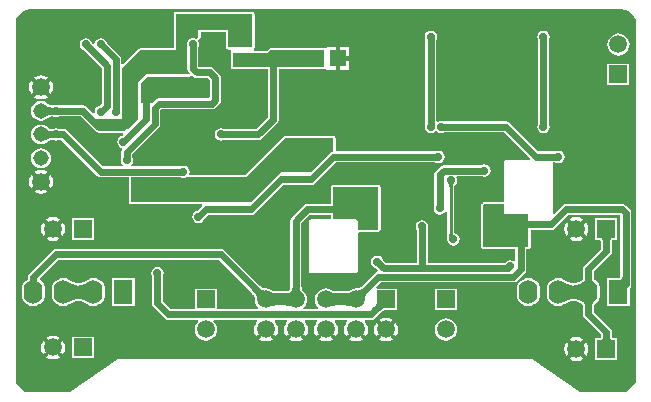
<source format=gbl>
G04*
G04 #@! TF.GenerationSoftware,Altium Limited,Altium Designer,24.2.2 (26)*
G04*
G04 Layer_Physical_Order=2*
G04 Layer_Color=14186556*
%FSLAX25Y25*%
%MOIN*%
G70*
G04*
G04 #@! TF.SameCoordinates,5F421DDB-3BC7-4088-8A48-602F4A50BB0D*
G04*
G04*
G04 #@! TF.FilePolarity,Positive*
G04*
G01*
G75*
%ADD14C,0.01000*%
%ADD71C,0.02200*%
%ADD74C,0.04000*%
%ADD75C,0.05906*%
%ADD76R,0.05906X0.05906*%
%ADD77R,0.06299X0.07874*%
%ADD78O,0.06299X0.07874*%
%ADD79R,0.05906X0.05906*%
%ADD80C,0.05150*%
%ADD81C,0.05937*%
%ADD82R,0.05386X0.05386*%
%ADD83C,0.05386*%
%ADD84C,0.01968*%
%ADD85C,0.02756*%
G36*
X204793Y129050D02*
X205949Y128571D01*
X206943Y127809D01*
X207705Y126816D01*
X208184Y125659D01*
X208342Y124460D01*
X208334Y124417D01*
X208334Y4802D01*
X205053Y1522D01*
X189664D01*
X173829Y12610D01*
X173717Y12659D01*
X173615Y12727D01*
X173518Y12746D01*
X173428Y12786D01*
X173306Y12788D01*
X173186Y12812D01*
X36168D01*
X36048Y12788D01*
X35925Y12786D01*
X35835Y12746D01*
X35739Y12727D01*
X35637Y12659D01*
X35524Y12610D01*
X19689Y1522D01*
X4802D01*
X1522Y4802D01*
X1522Y124409D01*
X1523Y124417D01*
X1523D01*
X1574Y124896D01*
X1674Y125659D01*
X2153Y126816D01*
X2915Y127809D01*
X3909Y128571D01*
X5066Y129050D01*
X6264Y129208D01*
X6307Y129200D01*
X203551D01*
X203594Y129208D01*
X204793Y129050D01*
D02*
G37*
%LPC*%
G36*
X202500Y121184D02*
X201546Y121059D01*
X200658Y120691D01*
X199895Y120105D01*
X199309Y119342D01*
X198941Y118454D01*
X198816Y117500D01*
X198941Y116546D01*
X199309Y115658D01*
X199895Y114895D01*
X200658Y114309D01*
X201546Y113941D01*
X202500Y113816D01*
X203454Y113941D01*
X204342Y114309D01*
X205105Y114895D01*
X205691Y115658D01*
X206059Y116546D01*
X206184Y117500D01*
X206059Y118454D01*
X205691Y119342D01*
X205105Y120105D01*
X204342Y120691D01*
X203454Y121059D01*
X202500Y121184D01*
D02*
G37*
G36*
X80500Y128422D02*
X55000D01*
X54727Y128367D01*
X54495Y128212D01*
X54341Y127981D01*
X54286Y127708D01*
Y122292D01*
Y116214D01*
X43000D01*
X42727Y116159D01*
X42495Y116005D01*
X37297Y110807D01*
X36835Y110998D01*
Y112500D01*
X36696Y113202D01*
X36298Y113798D01*
X32000Y118095D01*
X31957Y118311D01*
X31498Y118998D01*
X30811Y119457D01*
X30000Y119619D01*
X29189Y119457D01*
X28502Y118998D01*
X28043Y118311D01*
X27951Y117851D01*
X27409Y117687D01*
X27000Y118095D01*
X26957Y118311D01*
X26498Y118998D01*
X25811Y119457D01*
X25000Y119619D01*
X24189Y119457D01*
X23502Y118998D01*
X23043Y118311D01*
X22881Y117500D01*
X23043Y116689D01*
X23502Y116002D01*
X24189Y115543D01*
X24405Y115500D01*
X30265Y109640D01*
Y97860D01*
X29405Y97000D01*
X29189Y96957D01*
X28502Y96498D01*
X28043Y95811D01*
X27881Y95000D01*
X27943Y94691D01*
X27482Y94445D01*
X25255Y96672D01*
X24660Y97070D01*
X23957Y97209D01*
X15994D01*
X15811Y97331D01*
X15000Y97493D01*
X14189Y97331D01*
X14006Y97209D01*
X13468D01*
X13443Y97211D01*
X13254Y97240D01*
X13081Y97278D01*
X12925Y97325D01*
X12785Y97380D01*
X12658Y97443D01*
X12544Y97513D01*
X12442Y97591D01*
X12390Y97639D01*
X12336Y97710D01*
X11652Y98235D01*
X10855Y98564D01*
X10000Y98677D01*
X9145Y98564D01*
X8348Y98235D01*
X7664Y97710D01*
X7140Y97026D01*
X6809Y96229D01*
X6697Y95374D01*
X6809Y94519D01*
X7140Y93722D01*
X7664Y93038D01*
X8348Y92514D01*
X9145Y92184D01*
X10000Y92071D01*
X10855Y92184D01*
X11652Y92514D01*
X12336Y93038D01*
X12390Y93109D01*
X12442Y93158D01*
X12545Y93235D01*
X12658Y93305D01*
X12784Y93368D01*
X12925Y93423D01*
X13081Y93470D01*
X13254Y93508D01*
X13443Y93537D01*
X13468Y93539D01*
X14006D01*
X14189Y93417D01*
X15000Y93255D01*
X15811Y93417D01*
X15994Y93539D01*
X23197D01*
X26212Y90524D01*
X26212Y90524D01*
X28047Y88689D01*
X28642Y88291D01*
X29345Y88152D01*
X35293D01*
X35476Y88029D01*
X36286Y87868D01*
X37097Y88029D01*
X37194Y87996D01*
X37326Y87422D01*
X36905Y87000D01*
X36689Y86957D01*
X36002Y86498D01*
X35543Y85811D01*
X35381Y85000D01*
X35543Y84189D01*
X36002Y83502D01*
X36689Y83043D01*
X36889Y83003D01*
X37080Y82541D01*
X36965Y82368D01*
X36825Y81666D01*
Y79923D01*
X36703Y79740D01*
X36542Y78930D01*
X36703Y78119D01*
X37162Y77431D01*
X37306Y77335D01*
X37154Y76835D01*
X30760D01*
X18798Y88798D01*
X18202Y89196D01*
X17500Y89335D01*
X15994D01*
X15811Y89457D01*
X15000Y89619D01*
X14189Y89457D01*
X14006Y89335D01*
X13468D01*
X13443Y89337D01*
X13254Y89366D01*
X13081Y89404D01*
X12925Y89451D01*
X12785Y89506D01*
X12658Y89569D01*
X12544Y89639D01*
X12442Y89716D01*
X12390Y89765D01*
X12336Y89836D01*
X11652Y90360D01*
X10855Y90690D01*
X10000Y90803D01*
X9145Y90690D01*
X8348Y90360D01*
X7664Y89836D01*
X7140Y89152D01*
X6809Y88355D01*
X6697Y87500D01*
X6809Y86645D01*
X7140Y85848D01*
X7664Y85164D01*
X8348Y84640D01*
X9145Y84310D01*
X10000Y84197D01*
X10855Y84310D01*
X11652Y84640D01*
X12336Y85164D01*
X12390Y85235D01*
X12442Y85284D01*
X12545Y85361D01*
X12658Y85431D01*
X12784Y85494D01*
X12925Y85549D01*
X13081Y85596D01*
X13254Y85634D01*
X13443Y85663D01*
X13468Y85665D01*
X14006D01*
X14189Y85543D01*
X15000Y85381D01*
X15811Y85543D01*
X15994Y85665D01*
X16740D01*
X28702Y73702D01*
X29298Y73304D01*
X30000Y73165D01*
X39286D01*
Y65000D01*
X39341Y64727D01*
X39495Y64495D01*
X39727Y64341D01*
X40000Y64286D01*
X63534D01*
X63689Y63835D01*
X63691Y63786D01*
X61905Y62000D01*
X61689Y61957D01*
X61002Y61498D01*
X60543Y60811D01*
X60381Y60000D01*
X60543Y59189D01*
X61002Y58502D01*
X61689Y58043D01*
X62500Y57881D01*
X63311Y58043D01*
X63998Y58502D01*
X64457Y59189D01*
X64500Y59405D01*
X65760Y60665D01*
X80000D01*
X80702Y60804D01*
X81298Y61202D01*
X90760Y70665D01*
X100000D01*
X100702Y70804D01*
X101298Y71202D01*
X108260Y78165D01*
X141506D01*
X141689Y78043D01*
X142500Y77881D01*
X143311Y78043D01*
X143998Y78502D01*
X144457Y79189D01*
X144619Y80000D01*
X144457Y80811D01*
X143998Y81498D01*
X143311Y81957D01*
X142500Y82119D01*
X141689Y81957D01*
X141506Y81835D01*
X108214D01*
Y86427D01*
X108159Y86700D01*
X108005Y86932D01*
X107773Y87087D01*
X107500Y87141D01*
X91427D01*
X91154Y87087D01*
X90923Y86932D01*
X77918Y73927D01*
X59838D01*
X59505Y74427D01*
X59619Y75000D01*
X59457Y75811D01*
X58998Y76498D01*
X58311Y76957D01*
X57500Y77119D01*
X56689Y76957D01*
X56506Y76835D01*
X40166D01*
X40014Y77335D01*
X40158Y77431D01*
X40618Y78119D01*
X40779Y78930D01*
X40618Y79740D01*
X40495Y79923D01*
Y80906D01*
X49198Y89608D01*
X49595Y90203D01*
X49735Y90906D01*
Y95623D01*
X49949Y95837D01*
X66889D01*
X67592Y95977D01*
X68187Y96374D01*
X69476Y97663D01*
X69873Y98259D01*
X70013Y98961D01*
Y106316D01*
X69873Y107019D01*
X69476Y107614D01*
X67614Y109476D01*
X67019Y109873D01*
X66316Y110013D01*
X62727D01*
X62513Y110227D01*
Y116506D01*
X62635Y116689D01*
X62797Y117500D01*
X62635Y118311D01*
X62309Y118799D01*
X63005Y119495D01*
X63159Y119727D01*
X63214Y120000D01*
Y121578D01*
X71786D01*
Y116500D01*
X71841Y116227D01*
X71995Y115995D01*
X72227Y115841D01*
X72500Y115786D01*
X73447D01*
X73599Y115286D01*
X73495Y115217D01*
X73341Y114985D01*
X73286Y114712D01*
Y110000D01*
X73341Y109727D01*
X73495Y109495D01*
X73727Y109341D01*
X74000Y109286D01*
X85558D01*
Y93154D01*
X81740Y89335D01*
X70994D01*
X70811Y89457D01*
X70000Y89619D01*
X69189Y89457D01*
X68502Y88998D01*
X68043Y88311D01*
X67881Y87500D01*
X68043Y86689D01*
X68502Y86002D01*
X69189Y85543D01*
X70000Y85381D01*
X70811Y85543D01*
X70994Y85665D01*
X82500D01*
X83202Y85804D01*
X83798Y86202D01*
X88691Y91096D01*
X89089Y91691D01*
X89229Y92394D01*
Y109286D01*
X104500D01*
X104744Y109335D01*
X104786Y109335D01*
X105244Y109142D01*
X105324Y109142D01*
X108187D01*
Y110262D01*
X109687D01*
Y109142D01*
X112630D01*
Y112085D01*
X111510D01*
Y113585D01*
X112630D01*
Y116528D01*
X109687D01*
Y115408D01*
X108187D01*
Y116528D01*
X105244D01*
Y116446D01*
X104782Y116165D01*
X104744Y116165D01*
X104500Y116214D01*
X101391D01*
X101063Y116257D01*
X100735Y116214D01*
X86500D01*
X86227Y116159D01*
X85995Y116005D01*
X85417Y115426D01*
X81053D01*
X80901Y115926D01*
X81005Y115995D01*
X81159Y116227D01*
X81214Y116500D01*
Y119500D01*
Y127708D01*
X81159Y127981D01*
X81005Y128212D01*
X80773Y128367D01*
X80500Y128422D01*
D02*
G37*
G36*
X10000Y107251D02*
X8964Y107114D01*
X7999Y106714D01*
X7770Y106539D01*
X8584Y105725D01*
X7524Y104664D01*
X6709Y105478D01*
X6533Y105249D01*
X6134Y104284D01*
X5997Y103248D01*
X6134Y102212D01*
X6533Y101247D01*
X6709Y101018D01*
X7524Y101832D01*
X8584Y100771D01*
X7770Y99957D01*
X7999Y99782D01*
X8964Y99382D01*
X10000Y99245D01*
X11036Y99382D01*
X12001Y99782D01*
X12230Y99957D01*
X11416Y100771D01*
X12477Y101832D01*
X13291Y101018D01*
X13466Y101247D01*
X13866Y102212D01*
X14003Y103248D01*
X13866Y104284D01*
X13466Y105249D01*
X13291Y105478D01*
X12477Y104664D01*
X11416Y105725D01*
X12230Y106539D01*
X12001Y106714D01*
X11036Y107114D01*
X10000Y107251D01*
D02*
G37*
G36*
X206153Y111153D02*
X198847D01*
Y103847D01*
X206153D01*
Y111153D01*
D02*
G37*
G36*
X177500Y122119D02*
X176689Y121957D01*
X176002Y121498D01*
X175543Y120811D01*
X175381Y120000D01*
X175543Y119189D01*
X175665Y119006D01*
Y90994D01*
X175543Y90811D01*
X175381Y90000D01*
X175543Y89189D01*
X176002Y88502D01*
X176689Y88043D01*
X177500Y87881D01*
X178311Y88043D01*
X178998Y88502D01*
X179457Y89189D01*
X179619Y90000D01*
X179457Y90811D01*
X179335Y90994D01*
Y119006D01*
X179457Y119189D01*
X179619Y120000D01*
X179457Y120811D01*
X178998Y121498D01*
X178311Y121957D01*
X177500Y122119D01*
D02*
G37*
G36*
X140000D02*
X139189Y121957D01*
X138502Y121498D01*
X138043Y120811D01*
X137881Y120000D01*
X138043Y119189D01*
X138165Y119006D01*
Y90994D01*
X138043Y90811D01*
X137881Y90000D01*
X138043Y89189D01*
X138502Y88502D01*
X139189Y88043D01*
X140000Y87881D01*
X140811Y88043D01*
X141498Y88502D01*
X141958D01*
X142645Y88043D01*
X143456Y87881D01*
X144267Y88043D01*
X144449Y88165D01*
X164240D01*
X172979Y79426D01*
X172788Y78964D01*
X165000D01*
X164727Y78909D01*
X164495Y78755D01*
X164341Y78523D01*
X164286Y78250D01*
Y65379D01*
X163933Y65026D01*
X157855Y65035D01*
X157855Y65035D01*
X157854Y65035D01*
X157717Y65008D01*
X157582Y64981D01*
X157581Y64981D01*
X157581Y64981D01*
X157463Y64902D01*
X157350Y64827D01*
X157350Y64827D01*
X157350Y64826D01*
X156996Y64473D01*
X156996Y64473D01*
X156995Y64473D01*
X156918Y64356D01*
X156841Y64242D01*
X156841Y64241D01*
X156841Y64241D01*
X156813Y64102D01*
X156786Y63969D01*
X156786Y63968D01*
X156786Y63968D01*
Y50000D01*
X156841Y49727D01*
X156995Y49495D01*
X157227Y49341D01*
X157500Y49286D01*
X168165D01*
Y45487D01*
X167665Y45220D01*
X167314Y45454D01*
X166503Y45616D01*
X165692Y45454D01*
X165005Y44995D01*
X164831Y44735D01*
X138925D01*
Y55985D01*
X138969Y56051D01*
X139130Y56861D01*
X138969Y57672D01*
X138510Y58359D01*
X137823Y58819D01*
X137012Y58980D01*
X136201Y58819D01*
X135514Y58359D01*
X135054Y57672D01*
X134893Y56861D01*
X135054Y56051D01*
X135255Y55751D01*
Y44735D01*
X124982D01*
X124122Y45595D01*
X124079Y45811D01*
X123620Y46498D01*
X122933Y46957D01*
X122122Y47119D01*
X121311Y46957D01*
X120624Y46498D01*
X120165Y45811D01*
X120003Y45000D01*
X120165Y44189D01*
X120624Y43502D01*
X121311Y43043D01*
X121527Y43000D01*
X122234Y42292D01*
X122070Y41750D01*
X121798Y41696D01*
X121202Y41298D01*
X116939Y37035D01*
X116561Y36671D01*
X116560Y36670D01*
X116383Y36547D01*
X116204Y36443D01*
X116022Y36357D01*
X115837Y36287D01*
X115647Y36233D01*
X115451Y36195D01*
X115248Y36173D01*
X115115Y36169D01*
X115000Y36184D01*
X114046Y36059D01*
X113158Y35691D01*
X112611Y35271D01*
X111306Y35223D01*
X107924D01*
X107820Y35224D01*
X107427Y35242D01*
X106842Y35691D01*
X105954Y36059D01*
X105000Y36184D01*
X104046Y36059D01*
X103158Y35691D01*
X102395Y35105D01*
X101809Y34342D01*
X101441Y33454D01*
X101316Y32500D01*
X101441Y31546D01*
X101809Y30658D01*
X102395Y29895D01*
X102507Y29809D01*
X102346Y29335D01*
X97654D01*
X97493Y29809D01*
X97605Y29895D01*
X98191Y30658D01*
X98559Y31546D01*
X98684Y32500D01*
X98559Y33454D01*
X98191Y34342D01*
X97605Y35105D01*
X97513Y35176D01*
X97422Y35272D01*
X97294Y35432D01*
X97182Y35597D01*
X97086Y35770D01*
X97004Y35950D01*
X96937Y36140D01*
X96885Y36339D01*
X96835Y37141D01*
Y57951D01*
X99549Y60665D01*
X106786D01*
Y59214D01*
X100000D01*
X99727Y59159D01*
X99495Y59005D01*
X99341Y58773D01*
X99286Y58500D01*
Y42000D01*
X99341Y41727D01*
X99495Y41495D01*
X99727Y41341D01*
X100000Y41286D01*
X115000D01*
X115273Y41341D01*
X115505Y41495D01*
X115659Y41727D01*
X115714Y42000D01*
Y54621D01*
X116068Y54974D01*
X122145Y54965D01*
X122145Y54965D01*
X122146Y54965D01*
X122283Y54992D01*
X122418Y55019D01*
X122418Y55019D01*
X122419Y55019D01*
X122537Y55098D01*
X122650Y55173D01*
X122650Y55173D01*
X122651Y55174D01*
X123004Y55527D01*
X123004Y55527D01*
X123005Y55527D01*
X123082Y55643D01*
X123159Y55758D01*
X123159Y55759D01*
X123159Y55759D01*
X123187Y55898D01*
X123214Y56031D01*
X123214Y56032D01*
X123214Y56032D01*
Y70000D01*
X123159Y70273D01*
X123005Y70505D01*
X122773Y70659D01*
X122500Y70714D01*
X107500D01*
X107227Y70659D01*
X106995Y70505D01*
X106841Y70273D01*
X106786Y70000D01*
Y64335D01*
X98789D01*
X98086Y64196D01*
X97491Y63798D01*
X93702Y60009D01*
X93304Y59414D01*
X93165Y58711D01*
Y37077D01*
X93155Y36553D01*
X93154Y36551D01*
X93116Y36340D01*
X93063Y36140D01*
X92996Y35950D01*
X92914Y35770D01*
X92818Y35597D01*
X92706Y35432D01*
X92578Y35272D01*
X92576Y35270D01*
X91306Y35223D01*
X87924D01*
X87820Y35224D01*
X87427Y35242D01*
X86842Y35691D01*
X85954Y36059D01*
X85000Y36184D01*
X84885Y36169D01*
X84752Y36173D01*
X84549Y36195D01*
X84353Y36233D01*
X84163Y36287D01*
X83978Y36357D01*
X83796Y36443D01*
X83618Y36547D01*
X83016Y37079D01*
X71298Y48798D01*
X70702Y49196D01*
X70000Y49335D01*
X15000D01*
X14298Y49196D01*
X13702Y48798D01*
X6202Y41298D01*
X5804Y40702D01*
X5665Y40000D01*
Y39194D01*
X5559Y39150D01*
X4754Y38533D01*
X4137Y37729D01*
X3749Y36792D01*
X3617Y35787D01*
Y34213D01*
X3749Y33208D01*
X4137Y32271D01*
X4754Y31467D01*
X5559Y30850D01*
X6495Y30462D01*
X7500Y30330D01*
X8505Y30462D01*
X9441Y30850D01*
X10246Y31467D01*
X10863Y32271D01*
X11250Y33208D01*
X11383Y34213D01*
Y35787D01*
X11250Y36792D01*
X10863Y37729D01*
X10246Y38533D01*
X9731Y38928D01*
X9664Y39564D01*
X9670Y39575D01*
X15760Y45665D01*
X69240D01*
X80465Y34439D01*
X80829Y34061D01*
X80830Y34060D01*
X80953Y33883D01*
X81056Y33704D01*
X81143Y33522D01*
X81213Y33337D01*
X81267Y33147D01*
X81305Y32951D01*
X81327Y32748D01*
X81331Y32615D01*
X81316Y32500D01*
X81441Y31546D01*
X81809Y30658D01*
X82395Y29895D01*
X82507Y29809D01*
X82346Y29335D01*
X68653D01*
Y36153D01*
X61347D01*
Y29335D01*
X53260D01*
X50656Y31939D01*
Y40244D01*
X50779Y40427D01*
X50940Y41238D01*
X50779Y42049D01*
X50319Y42736D01*
X49632Y43195D01*
X48821Y43356D01*
X48011Y43195D01*
X47323Y42736D01*
X46864Y42049D01*
X46703Y41238D01*
X46864Y40427D01*
X46986Y40244D01*
Y31179D01*
X47126Y30476D01*
X47523Y29881D01*
X51202Y26202D01*
X51798Y25804D01*
X52500Y25665D01*
X62346D01*
X62507Y25191D01*
X62395Y25105D01*
X61809Y24342D01*
X61441Y23454D01*
X61316Y22500D01*
X61441Y21546D01*
X61809Y20658D01*
X62395Y19895D01*
X63158Y19309D01*
X64046Y18941D01*
X65000Y18816D01*
X65954Y18941D01*
X66842Y19309D01*
X67605Y19895D01*
X68191Y20658D01*
X68559Y21546D01*
X68684Y22500D01*
X68559Y23454D01*
X68191Y24342D01*
X67605Y25105D01*
X67493Y25191D01*
X67654Y25665D01*
X81856D01*
X82062Y25165D01*
X81547Y24493D01*
X81149Y23532D01*
X81013Y22500D01*
X81149Y21468D01*
X81547Y20507D01*
X81720Y20281D01*
X82535Y21096D01*
X83596Y20035D01*
X82781Y19220D01*
X83007Y19047D01*
X83968Y18649D01*
X85000Y18513D01*
X86032Y18649D01*
X86993Y19047D01*
X87219Y19220D01*
X86404Y20035D01*
X87465Y21096D01*
X88280Y20281D01*
X88453Y20507D01*
X88851Y21468D01*
X88987Y22500D01*
X88851Y23532D01*
X88453Y24493D01*
X87938Y25165D01*
X88144Y25665D01*
X91856D01*
X92062Y25165D01*
X91547Y24493D01*
X91149Y23532D01*
X91013Y22500D01*
X91149Y21468D01*
X91547Y20507D01*
X91720Y20281D01*
X92535Y21096D01*
X93596Y20035D01*
X92781Y19220D01*
X93007Y19047D01*
X93968Y18649D01*
X95000Y18513D01*
X96032Y18649D01*
X96993Y19047D01*
X97219Y19220D01*
X96404Y20035D01*
X97465Y21096D01*
X98280Y20281D01*
X98453Y20507D01*
X98851Y21468D01*
X98987Y22500D01*
X98851Y23532D01*
X98453Y24493D01*
X97938Y25165D01*
X98144Y25665D01*
X101856D01*
X102062Y25165D01*
X101547Y24493D01*
X101149Y23532D01*
X101013Y22500D01*
X101149Y21468D01*
X101547Y20507D01*
X101720Y20281D01*
X102535Y21096D01*
X103596Y20035D01*
X102781Y19220D01*
X103007Y19047D01*
X103968Y18649D01*
X105000Y18513D01*
X106032Y18649D01*
X106993Y19047D01*
X107219Y19220D01*
X106404Y20035D01*
X107465Y21096D01*
X108280Y20281D01*
X108453Y20507D01*
X108851Y21468D01*
X108987Y22500D01*
X108851Y23532D01*
X108453Y24493D01*
X107938Y25165D01*
X108144Y25665D01*
X111856D01*
X112062Y25165D01*
X111547Y24493D01*
X111149Y23532D01*
X111013Y22500D01*
X111149Y21468D01*
X111547Y20507D01*
X111720Y20281D01*
X112535Y21096D01*
X113596Y20035D01*
X112781Y19220D01*
X113007Y19047D01*
X113968Y18649D01*
X115000Y18513D01*
X116032Y18649D01*
X116993Y19047D01*
X117219Y19220D01*
X116404Y20035D01*
X117465Y21096D01*
X118280Y20281D01*
X118453Y20507D01*
X118851Y21468D01*
X118987Y22500D01*
X118851Y23532D01*
X118453Y24493D01*
X117938Y25165D01*
X118144Y25665D01*
X120000D01*
X120702Y25804D01*
X121298Y26202D01*
X122981Y27886D01*
X123397Y28272D01*
X123747Y28551D01*
X124059Y28769D01*
X124196Y28847D01*
X125162D01*
X125171Y28846D01*
X125179Y28847D01*
X128653D01*
Y36153D01*
X121955D01*
X121748Y36653D01*
X123260Y38165D01*
X167500D01*
X168202Y38304D01*
X168798Y38702D01*
X171298Y41202D01*
X171696Y41798D01*
X171835Y42500D01*
Y49286D01*
X172500D01*
X172773Y49341D01*
X173005Y49495D01*
X173159Y49727D01*
X173214Y50000D01*
Y55665D01*
X180000D01*
X180702Y55804D01*
X181298Y56202D01*
X185760Y60665D01*
X202951D01*
X203165Y60451D01*
Y40617D01*
X203147Y40420D01*
X203103Y40150D01*
X203046Y39939D01*
X202985Y39790D01*
X202931Y39700D01*
X202893Y39659D01*
X202871Y39645D01*
X202850Y39637D01*
X198650D01*
Y30363D01*
X206350D01*
Y36280D01*
X206696Y36798D01*
X206835Y37500D01*
Y61211D01*
X206696Y61914D01*
X206298Y62509D01*
X205009Y63798D01*
X204414Y64196D01*
X203711Y64335D01*
X185000D01*
X184298Y64196D01*
X183702Y63798D01*
X181018Y61113D01*
X180629Y61432D01*
X180659Y61477D01*
X180714Y61750D01*
Y78215D01*
X181432D01*
X181689Y78043D01*
X182500Y77881D01*
X183311Y78043D01*
X183998Y78502D01*
X184457Y79189D01*
X184619Y80000D01*
X184457Y80811D01*
X183998Y81498D01*
X183311Y81957D01*
X182500Y82119D01*
X181689Y81957D01*
X181581Y81885D01*
X175710D01*
X166298Y91298D01*
X165702Y91696D01*
X165000Y91835D01*
X144449D01*
X144267Y91957D01*
X143456Y92119D01*
X142645Y91957D01*
X142335Y91750D01*
X141835Y92018D01*
Y119006D01*
X141957Y119189D01*
X142119Y120000D01*
X141957Y120811D01*
X141498Y121498D01*
X140811Y121957D01*
X140000Y122119D01*
D02*
G37*
G36*
X10000Y82929D02*
X9145Y82816D01*
X8348Y82486D01*
X7664Y81962D01*
X7140Y81278D01*
X6809Y80481D01*
X6697Y79626D01*
X6809Y78771D01*
X7140Y77974D01*
X7664Y77290D01*
X8348Y76765D01*
X9145Y76436D01*
X10000Y76323D01*
X10855Y76436D01*
X11652Y76765D01*
X12336Y77290D01*
X12860Y77974D01*
X13191Y78771D01*
X13303Y79626D01*
X13191Y80481D01*
X12860Y81278D01*
X12336Y81962D01*
X11652Y82486D01*
X10855Y82816D01*
X10000Y82929D01*
D02*
G37*
G36*
X157776Y77571D02*
X156965Y77410D01*
X156782Y77288D01*
X144277D01*
X143575Y77148D01*
X142979Y76750D01*
X141691Y75462D01*
X141293Y74866D01*
X141153Y74164D01*
Y63857D01*
X141031Y63674D01*
X140869Y62863D01*
X141031Y62052D01*
X141490Y61365D01*
X142177Y60906D01*
X142988Y60744D01*
X143799Y60906D01*
X144486Y61365D01*
X144891Y61970D01*
X145261Y61935D01*
X145391Y61887D01*
Y53536D01*
X145424Y53369D01*
X145438Y52783D01*
X145381Y52500D01*
X145543Y51689D01*
X146002Y51002D01*
X146689Y50543D01*
X147500Y50381D01*
X148311Y50543D01*
X148998Y51002D01*
X149457Y51689D01*
X149619Y52500D01*
X149457Y53311D01*
X148998Y53998D01*
X148311Y54457D01*
X147838Y54551D01*
Y70238D01*
X147839Y70253D01*
X147852Y70321D01*
X147870Y70384D01*
X147891Y70442D01*
X147917Y70499D01*
X147948Y70553D01*
X147985Y70607D01*
X148016Y70646D01*
X148112Y70710D01*
X148572Y71397D01*
X148733Y72208D01*
X148572Y73019D01*
X148467Y73176D01*
X148702Y73618D01*
X156782D01*
X156965Y73495D01*
X157776Y73334D01*
X158586Y73495D01*
X159274Y73955D01*
X159733Y74642D01*
X159894Y75453D01*
X159733Y76263D01*
X159274Y76951D01*
X158586Y77410D01*
X157776Y77571D01*
D02*
G37*
G36*
X10000Y75755D02*
X8964Y75618D01*
X7999Y75218D01*
X7770Y75043D01*
X8584Y74229D01*
X7524Y73168D01*
X6709Y73982D01*
X6533Y73753D01*
X6134Y72788D01*
X5997Y71752D01*
X6134Y70716D01*
X6533Y69751D01*
X6709Y69522D01*
X7524Y70336D01*
X8584Y69275D01*
X7770Y68461D01*
X7999Y68286D01*
X8964Y67886D01*
X10000Y67749D01*
X11036Y67886D01*
X12001Y68286D01*
X12230Y68461D01*
X11416Y69275D01*
X12477Y70336D01*
X13291Y69522D01*
X13466Y69751D01*
X13866Y70716D01*
X14003Y71752D01*
X13866Y72788D01*
X13466Y73753D01*
X13291Y73982D01*
X12477Y73168D01*
X11416Y74229D01*
X12230Y75043D01*
X12001Y75218D01*
X11036Y75618D01*
X10000Y75755D01*
D02*
G37*
G36*
X188500Y59987D02*
X187468Y59851D01*
X186506Y59453D01*
X186281Y59280D01*
X187096Y58465D01*
X186035Y57404D01*
X185220Y58219D01*
X185047Y57993D01*
X184649Y57032D01*
X184513Y56000D01*
X184649Y54968D01*
X185047Y54007D01*
X185220Y53781D01*
X186035Y54596D01*
X187096Y53535D01*
X186281Y52720D01*
X186506Y52547D01*
X187468Y52149D01*
X188500Y52013D01*
X189532Y52149D01*
X190493Y52547D01*
X190719Y52720D01*
X189904Y53535D01*
X190965Y54596D01*
X191780Y53781D01*
X191953Y54007D01*
X192351Y54968D01*
X192487Y56000D01*
X192351Y57032D01*
X191953Y57993D01*
X191780Y58219D01*
X190965Y57404D01*
X189904Y58465D01*
X190719Y59280D01*
X190493Y59453D01*
X189532Y59851D01*
X188500Y59987D01*
D02*
G37*
G36*
X14000D02*
X12968Y59851D01*
X12007Y59453D01*
X11781Y59280D01*
X12596Y58465D01*
X11535Y57404D01*
X10720Y58219D01*
X10547Y57993D01*
X10149Y57032D01*
X10013Y56000D01*
X10149Y54968D01*
X10547Y54007D01*
X10720Y53781D01*
X11535Y54596D01*
X12596Y53535D01*
X11781Y52720D01*
X12007Y52547D01*
X12968Y52149D01*
X14000Y52013D01*
X15032Y52149D01*
X15993Y52547D01*
X16219Y52720D01*
X15404Y53535D01*
X16465Y54596D01*
X17280Y53781D01*
X17453Y54007D01*
X17851Y54968D01*
X17987Y56000D01*
X17851Y57032D01*
X17453Y57993D01*
X17280Y58219D01*
X16465Y57404D01*
X15404Y58465D01*
X16219Y59280D01*
X15993Y59453D01*
X15032Y59851D01*
X14000Y59987D01*
D02*
G37*
G36*
X27653Y59653D02*
X20347D01*
Y52347D01*
X27653D01*
Y59653D01*
D02*
G37*
G36*
X202153D02*
X194847D01*
Y52347D01*
X196246D01*
X196351Y52336D01*
X196374Y52328D01*
X196395Y52314D01*
X196432Y52274D01*
X196486Y52186D01*
X196546Y52039D01*
X196603Y51829D01*
X196647Y51561D01*
X196665Y51365D01*
Y49260D01*
X191202Y43798D01*
X190804Y43202D01*
X190665Y42500D01*
Y40245D01*
X190646Y39956D01*
X190597Y39569D01*
X190533Y39252D01*
X190483Y39092D01*
X190366Y39002D01*
X190323Y38982D01*
X189989Y38734D01*
X189649Y38528D01*
X189274Y38344D01*
X188862Y38181D01*
X188412Y38041D01*
X187924Y37925D01*
X187500Y37851D01*
X187076Y37925D01*
X186588Y38041D01*
X186138Y38181D01*
X185726Y38344D01*
X185351Y38528D01*
X185011Y38734D01*
X184677Y38982D01*
X184634Y39002D01*
X184441Y39150D01*
X183505Y39538D01*
X182500Y39670D01*
X181495Y39538D01*
X180559Y39150D01*
X179754Y38533D01*
X179137Y37729D01*
X178750Y36792D01*
X178617Y35787D01*
Y34213D01*
X178750Y33208D01*
X179137Y32271D01*
X179754Y31467D01*
X180559Y30850D01*
X181495Y30462D01*
X182500Y30330D01*
X183505Y30462D01*
X184441Y30850D01*
X184634Y30998D01*
X184677Y31018D01*
X185011Y31266D01*
X185351Y31472D01*
X185726Y31657D01*
X186138Y31819D01*
X186588Y31959D01*
X187076Y32075D01*
X187500Y32149D01*
X187924Y32075D01*
X188412Y31959D01*
X188862Y31819D01*
X189274Y31656D01*
X189649Y31472D01*
X189989Y31266D01*
X190323Y31018D01*
X190366Y30998D01*
X190483Y30908D01*
X190533Y30748D01*
X190595Y30442D01*
X190665Y29698D01*
Y27500D01*
X190804Y26798D01*
X191202Y26202D01*
X196665Y20740D01*
Y20631D01*
X196647Y20434D01*
X196602Y20164D01*
X196546Y19953D01*
X196485Y19804D01*
X196431Y19714D01*
X196394Y19674D01*
X196373Y19660D01*
X196353Y19653D01*
X194847D01*
Y12347D01*
X202153D01*
Y19653D01*
X200647D01*
X200627Y19660D01*
X200606Y19674D01*
X200569Y19714D01*
X200515Y19804D01*
X200454Y19953D01*
X200397Y20164D01*
X200353Y20434D01*
X200335Y20631D01*
Y21500D01*
X200196Y22202D01*
X199798Y22798D01*
X194335Y28260D01*
Y29755D01*
X194354Y30044D01*
X194403Y30431D01*
X194467Y30748D01*
X194517Y30908D01*
X195246Y31467D01*
X195863Y32271D01*
X196250Y33208D01*
X196383Y34213D01*
Y35787D01*
X196250Y36792D01*
X195863Y37729D01*
X195246Y38533D01*
X194517Y39092D01*
X194467Y39252D01*
X194405Y39558D01*
X194335Y40302D01*
Y41740D01*
X199798Y47202D01*
X200196Y47798D01*
X200335Y48500D01*
Y51365D01*
X200353Y51561D01*
X200397Y51829D01*
X200453Y52039D01*
X200514Y52186D01*
X200568Y52274D01*
X200605Y52314D01*
X200626Y52328D01*
X200649Y52336D01*
X200754Y52347D01*
X202153D01*
Y59653D01*
D02*
G37*
G36*
X27500Y39670D02*
X26495Y39538D01*
X25559Y39150D01*
X25366Y39002D01*
X25323Y38982D01*
X24989Y38734D01*
X24649Y38528D01*
X24274Y38344D01*
X23862Y38181D01*
X23412Y38041D01*
X22924Y37925D01*
X22500Y37851D01*
X22076Y37925D01*
X21588Y38041D01*
X21138Y38181D01*
X20726Y38344D01*
X20350Y38528D01*
X20011Y38734D01*
X19677Y38982D01*
X19634Y39002D01*
X19441Y39150D01*
X18505Y39538D01*
X17500Y39670D01*
X16495Y39538D01*
X15559Y39150D01*
X14754Y38533D01*
X14137Y37729D01*
X13749Y36792D01*
X13617Y35787D01*
Y34213D01*
X13749Y33208D01*
X14137Y32271D01*
X14754Y31467D01*
X15559Y30850D01*
X16495Y30462D01*
X17500Y30330D01*
X18505Y30462D01*
X19441Y30850D01*
X19634Y30998D01*
X19677Y31018D01*
X20011Y31266D01*
X20350Y31472D01*
X20726Y31657D01*
X21138Y31819D01*
X21588Y31959D01*
X22076Y32075D01*
X22500Y32149D01*
X22924Y32075D01*
X23412Y31959D01*
X23862Y31819D01*
X24274Y31656D01*
X24649Y31472D01*
X24989Y31266D01*
X25323Y31018D01*
X25366Y30998D01*
X25559Y30850D01*
X26495Y30462D01*
X27500Y30330D01*
X28505Y30462D01*
X29441Y30850D01*
X30246Y31467D01*
X30863Y32271D01*
X31251Y33208D01*
X31383Y34213D01*
Y35787D01*
X31251Y36792D01*
X30863Y37729D01*
X30246Y38533D01*
X29441Y39150D01*
X28505Y39538D01*
X27500Y39670D01*
D02*
G37*
G36*
X41350Y39637D02*
X33650D01*
Y30363D01*
X41350D01*
Y39637D01*
D02*
G37*
G36*
X172500Y39670D02*
X171495Y39538D01*
X170559Y39150D01*
X169754Y38533D01*
X169137Y37729D01*
X168749Y36792D01*
X168617Y35787D01*
Y34213D01*
X168749Y33208D01*
X169137Y32271D01*
X169754Y31467D01*
X170559Y30850D01*
X171495Y30462D01*
X172500Y30330D01*
X173505Y30462D01*
X174441Y30850D01*
X175246Y31467D01*
X175863Y32271D01*
X176251Y33208D01*
X176383Y34213D01*
Y35787D01*
X176251Y36792D01*
X175863Y37729D01*
X175246Y38533D01*
X174441Y39150D01*
X173505Y39538D01*
X172500Y39670D01*
D02*
G37*
G36*
X148653Y36153D02*
X141347D01*
Y28847D01*
X148653D01*
Y36153D01*
D02*
G37*
G36*
X125000Y26487D02*
X123968Y26351D01*
X123007Y25953D01*
X122781Y25780D01*
X123596Y24965D01*
X122535Y23904D01*
X121720Y24719D01*
X121547Y24493D01*
X121149Y23532D01*
X121013Y22500D01*
X121149Y21468D01*
X121547Y20507D01*
X121720Y20281D01*
X122535Y21096D01*
X123596Y20035D01*
X122781Y19220D01*
X123007Y19047D01*
X123968Y18649D01*
X125000Y18513D01*
X126032Y18649D01*
X126993Y19047D01*
X127219Y19220D01*
X126404Y20035D01*
X127465Y21096D01*
X128280Y20281D01*
X128453Y20507D01*
X128851Y21468D01*
X128987Y22500D01*
X128851Y23532D01*
X128453Y24493D01*
X128280Y24719D01*
X127465Y23904D01*
X126404Y24965D01*
X127219Y25780D01*
X126993Y25953D01*
X126032Y26351D01*
X125000Y26487D01*
D02*
G37*
G36*
X145000Y26184D02*
X144046Y26059D01*
X143158Y25691D01*
X142395Y25105D01*
X141809Y24342D01*
X141441Y23454D01*
X141316Y22500D01*
X141441Y21546D01*
X141809Y20658D01*
X142395Y19895D01*
X143158Y19309D01*
X144046Y18941D01*
X145000Y18816D01*
X145954Y18941D01*
X146842Y19309D01*
X147605Y19895D01*
X148191Y20658D01*
X148559Y21546D01*
X148684Y22500D01*
X148559Y23454D01*
X148191Y24342D01*
X147605Y25105D01*
X146842Y25691D01*
X145954Y26059D01*
X145000Y26184D01*
D02*
G37*
G36*
X14000Y20487D02*
X12968Y20351D01*
X12007Y19953D01*
X11781Y19780D01*
X12596Y18965D01*
X11535Y17904D01*
X10720Y18719D01*
X10547Y18493D01*
X10149Y17532D01*
X10013Y16500D01*
X10149Y15468D01*
X10547Y14507D01*
X10720Y14281D01*
X11535Y15096D01*
X12596Y14035D01*
X11781Y13220D01*
X12007Y13047D01*
X12968Y12649D01*
X14000Y12513D01*
X15032Y12649D01*
X15993Y13047D01*
X16219Y13220D01*
X15404Y14035D01*
X16465Y15096D01*
X17280Y14281D01*
X17453Y14507D01*
X17851Y15468D01*
X17987Y16500D01*
X17851Y17532D01*
X17453Y18493D01*
X17280Y18719D01*
X16465Y17904D01*
X15404Y18965D01*
X16219Y19780D01*
X15993Y19953D01*
X15032Y20351D01*
X14000Y20487D01*
D02*
G37*
G36*
X188500Y19987D02*
X187468Y19851D01*
X186506Y19453D01*
X186281Y19280D01*
X187096Y18465D01*
X186035Y17404D01*
X185220Y18219D01*
X185047Y17993D01*
X184649Y17032D01*
X184513Y16000D01*
X184649Y14968D01*
X185047Y14007D01*
X185220Y13781D01*
X186035Y14596D01*
X187096Y13535D01*
X186281Y12720D01*
X186506Y12547D01*
X187468Y12149D01*
X188500Y12013D01*
X189532Y12149D01*
X190493Y12547D01*
X190719Y12720D01*
X189904Y13535D01*
X190965Y14596D01*
X191780Y13781D01*
X191953Y14007D01*
X192351Y14968D01*
X192487Y16000D01*
X192351Y17032D01*
X191953Y17993D01*
X191780Y18219D01*
X190965Y17404D01*
X189904Y18465D01*
X190719Y19280D01*
X190493Y19453D01*
X189532Y19851D01*
X188500Y19987D01*
D02*
G37*
G36*
X27653Y20153D02*
X20347D01*
Y12847D01*
X27653D01*
Y20153D01*
D02*
G37*
%LPD*%
G36*
X80500Y119500D02*
Y116500D01*
X72500D01*
Y122292D01*
X62500D01*
Y120000D01*
X61789Y119289D01*
X61091Y119578D01*
X60265D01*
X59501Y119262D01*
X58916Y118677D01*
X58600Y117913D01*
Y117087D01*
X58843Y116501D01*
Y109467D01*
X58982Y108764D01*
X59380Y108169D01*
X59549Y108000D01*
X59342Y107500D01*
X45000D01*
X42500Y105000D01*
X42500Y92595D01*
X39227Y89322D01*
X37000D01*
Y94398D01*
X37078Y94587D01*
Y95413D01*
X37000Y95601D01*
Y109500D01*
X43000Y115500D01*
X55000D01*
Y122292D01*
Y127708D01*
X80500D01*
Y119500D01*
D02*
G37*
G36*
X104500Y110000D02*
X74000D01*
Y114712D01*
X85712D01*
X86500Y115500D01*
X104500D01*
Y110000D01*
D02*
G37*
G36*
X60669Y106880D02*
X61264Y106482D01*
X61967Y106343D01*
X65556D01*
X66343Y105556D01*
Y100221D01*
X65629Y99507D01*
X49189D01*
X48486Y99368D01*
X47891Y98970D01*
X46921Y98000D01*
X43214D01*
X43214Y104704D01*
X45296Y106786D01*
X59342D01*
X59615Y106841D01*
X59847Y106995D01*
X60448Y107102D01*
X60669Y106880D01*
D02*
G37*
G36*
X11983Y97043D02*
X12140Y96924D01*
X12311Y96818D01*
X12495Y96727D01*
X12691Y96650D01*
X12901Y96586D01*
X13125Y96537D01*
X13361Y96502D01*
X13610Y96481D01*
X13873Y96474D01*
Y94274D01*
X13610Y94267D01*
X13361Y94246D01*
X13125Y94211D01*
X12901Y94162D01*
X12691Y94098D01*
X12495Y94021D01*
X12311Y93930D01*
X12140Y93824D01*
X11983Y93705D01*
X11839Y93572D01*
Y97176D01*
X11983Y97043D01*
D02*
G37*
G36*
Y89169D02*
X12140Y89050D01*
X12311Y88944D01*
X12495Y88853D01*
X12691Y88776D01*
X12901Y88712D01*
X13125Y88663D01*
X13361Y88628D01*
X13610Y88607D01*
X13873Y88600D01*
Y86400D01*
X13610Y86393D01*
X13361Y86372D01*
X13125Y86337D01*
X12901Y86288D01*
X12691Y86224D01*
X12495Y86147D01*
X12311Y86056D01*
X12140Y85950D01*
X11983Y85831D01*
X11839Y85698D01*
Y89302D01*
X11983Y89169D01*
D02*
G37*
G36*
X107500Y81835D02*
X106914Y81719D01*
X106798Y81696D01*
X106202Y81298D01*
X99905Y75000D01*
X90000D01*
X88990Y73990D01*
X88702Y73798D01*
X79905Y65000D01*
X40000D01*
Y73165D01*
X56501D01*
X57087Y72922D01*
X57913D01*
X58617Y73214D01*
X78214D01*
X91427Y86427D01*
X107500D01*
Y81835D01*
D02*
G37*
G36*
X122500Y56032D02*
X122146Y55679D01*
X115714Y55689D01*
Y58500D01*
X115659Y58773D01*
X115505Y59005D01*
X115273Y59159D01*
X115000Y59214D01*
X107500D01*
Y70000D01*
X122500D01*
Y56032D01*
D02*
G37*
G36*
X164286Y64311D02*
Y61750D01*
X164341Y61477D01*
X164495Y61245D01*
X164727Y61091D01*
X165000Y61036D01*
X172500D01*
Y50000D01*
X157500D01*
Y63968D01*
X157854Y64321D01*
X164286Y64311D01*
D02*
G37*
G36*
X206095Y40707D02*
X206026Y39717D01*
X205984Y39475D01*
X205933Y39277D01*
X205873Y39123D01*
X205804Y39013D01*
X205726Y38947D01*
X205638Y38925D01*
X202800Y38913D01*
X203009Y38936D01*
X203196Y39003D01*
X203361Y39114D01*
X203504Y39269D01*
X203625Y39468D01*
X203724Y39712D01*
X203801Y39999D01*
X203856Y40330D01*
X203889Y40706D01*
X203900Y41125D01*
X206100D01*
X206095Y40707D01*
D02*
G37*
G36*
X96103Y37418D02*
X96175Y36252D01*
X96187Y36184D01*
X96255Y35929D01*
X96342Y35683D01*
X96448Y35448D01*
X96574Y35223D01*
X96719Y35008D01*
X96883Y34803D01*
X97067Y34609D01*
X96276D01*
X96302Y34185D01*
X96355Y34013D01*
X96415Y33913D01*
X93585D01*
X93645Y34013D01*
X93698Y34185D01*
X93746Y34429D01*
X93769Y34609D01*
X92933D01*
X93117Y34803D01*
X93281Y35008D01*
X93426Y35223D01*
X93552Y35448D01*
X93658Y35683D01*
X93745Y35929D01*
X93813Y36184D01*
X93861Y36450D01*
X93867Y36508D01*
X93900Y38170D01*
X96100D01*
X96103Y37418D01*
D02*
G37*
G36*
X119787Y35732D02*
X119258Y35198D01*
X118483Y34322D01*
X118445Y34266D01*
X118312Y34037D01*
X118200Y33802D01*
X118109Y33561D01*
X118038Y33313D01*
X117989Y33058D01*
X117960Y32797D01*
X117953Y32530D01*
X117393Y33089D01*
X117112Y32771D01*
X117028Y32611D01*
X117000Y32499D01*
X114999Y34500D01*
X115111Y34528D01*
X115271Y34612D01*
X115477Y34751D01*
X115621Y34862D01*
X115030Y35453D01*
X115297Y35460D01*
X115558Y35489D01*
X115813Y35538D01*
X116061Y35609D01*
X116302Y35700D01*
X116537Y35812D01*
X116766Y35945D01*
X116988Y36098D01*
X117033Y36135D01*
X118232Y37287D01*
X119787Y35732D01*
D02*
G37*
G36*
X82302Y36758D02*
X83178Y35983D01*
X83234Y35945D01*
X83463Y35812D01*
X83698Y35700D01*
X83939Y35609D01*
X84187Y35538D01*
X84442Y35489D01*
X84703Y35460D01*
X84970Y35453D01*
X84411Y34893D01*
X84729Y34612D01*
X84889Y34528D01*
X85001Y34500D01*
X83000Y32499D01*
X82972Y32611D01*
X82888Y32771D01*
X82749Y32977D01*
X82638Y33121D01*
X82047Y32530D01*
X82040Y32797D01*
X82011Y33058D01*
X81962Y33313D01*
X81891Y33561D01*
X81800Y33802D01*
X81688Y34037D01*
X81555Y34266D01*
X81402Y34488D01*
X81365Y34533D01*
X80213Y35732D01*
X81768Y37287D01*
X82302Y36758D01*
D02*
G37*
G36*
X112891Y30433D02*
X112861Y30446D01*
X112797Y30457D01*
X112699Y30467D01*
X112199Y30489D01*
X111056Y30500D01*
Y34500D01*
X112891Y34567D01*
Y30433D01*
D02*
G37*
G36*
X107139Y34554D02*
X107203Y34543D01*
X107301Y34533D01*
X107801Y34511D01*
X108944Y34500D01*
Y30500D01*
X107109Y30433D01*
Y34567D01*
X107139Y34554D01*
D02*
G37*
G36*
X92891Y30433D02*
X92861Y30446D01*
X92797Y30457D01*
X92699Y30467D01*
X92199Y30489D01*
X91056Y30500D01*
Y34500D01*
X92891Y34567D01*
Y30433D01*
D02*
G37*
G36*
X87139Y34554D02*
X87203Y34543D01*
X87301Y34533D01*
X87801Y34511D01*
X88944Y34500D01*
Y30500D01*
X87109Y30433D01*
Y34567D01*
X87139Y34554D01*
D02*
G37*
G36*
X125171Y29559D02*
X124999Y29684D01*
X124797Y29746D01*
X124564D01*
X124299Y29684D01*
X124004Y29559D01*
X123677Y29373D01*
X123319Y29124D01*
X122930Y28813D01*
X122059Y28004D01*
X120504Y29559D01*
X120939Y30010D01*
X121624Y30819D01*
X121873Y31177D01*
X122059Y31504D01*
X122184Y31799D01*
X122246Y32064D01*
Y32297D01*
X122184Y32499D01*
X122059Y32671D01*
X125171Y29559D01*
D02*
G37*
G36*
X147491Y71131D02*
X147412Y71033D01*
X147342Y70932D01*
X147282Y70825D01*
X147231Y70715D01*
X147189Y70600D01*
X147156Y70481D01*
X147133Y70357D01*
X147119Y70230D01*
X147114Y70097D01*
X146114D01*
X146110Y70230D01*
X146096Y70357D01*
X146073Y70481D01*
X146040Y70600D01*
X145998Y70715D01*
X145947Y70825D01*
X145887Y70932D01*
X145817Y71033D01*
X145738Y71131D01*
X145650Y71224D01*
X147579D01*
X147491Y71131D01*
D02*
G37*
G36*
X147119Y54509D02*
X147134Y54383D01*
X147159Y54270D01*
X147193Y54171D01*
X147237Y54087D01*
X147292Y54016D01*
X147355Y53960D01*
X147429Y53917D01*
X147513Y53888D01*
X147607Y53874D01*
X146152Y52784D01*
X146114Y54382D01*
X147114Y54650D01*
X147119Y54509D01*
D02*
G37*
G36*
X200491Y53037D02*
X200304Y52971D01*
X200139Y52861D01*
X199996Y52707D01*
X199875Y52509D01*
X199776Y52267D01*
X199699Y51981D01*
X199644Y51651D01*
X199611Y51277D01*
X199600Y50859D01*
X197400D01*
X197389Y51277D01*
X197356Y51651D01*
X197301Y51981D01*
X197224Y52267D01*
X197125Y52509D01*
X197004Y52707D01*
X196861Y52861D01*
X196696Y52971D01*
X196509Y53037D01*
X196300Y53059D01*
X200700D01*
X200491Y53037D01*
D02*
G37*
G36*
X193611Y40381D02*
X193698Y39453D01*
X193775Y39076D01*
X193873Y38757D01*
X193993Y38496D01*
X194135Y38293D01*
X194299Y38148D01*
X194485Y38061D01*
X194692Y38032D01*
X193719D01*
X193802Y36685D01*
X193855Y36513D01*
X193915Y36413D01*
X191085D01*
X191145Y36513D01*
X191198Y36685D01*
X191246Y36929D01*
X191287Y37246D01*
X191345Y38032D01*
X190748D01*
Y31968D01*
X191281D01*
X191198Y33315D01*
X191145Y33487D01*
X191085Y33587D01*
X193915D01*
X193855Y33487D01*
X193802Y33315D01*
X193754Y33071D01*
X193713Y32754D01*
X193655Y31968D01*
X194692D01*
X194485Y31939D01*
X194299Y31852D01*
X194135Y31707D01*
X193993Y31504D01*
X193873Y31243D01*
X193775Y30924D01*
X193698Y30547D01*
X193644Y30112D01*
X193611Y29619D01*
X193600Y29068D01*
X191400D01*
X191389Y29619D01*
X191302Y30547D01*
X191225Y30924D01*
X191127Y31243D01*
X191007Y31504D01*
X190865Y31707D01*
X190748Y31810D01*
Y31591D01*
X190388Y31859D01*
X189993Y32098D01*
X189563Y32310D01*
X189099Y32493D01*
X188601Y32648D01*
X188067Y32775D01*
X187500Y32873D01*
X186933Y32775D01*
X186399Y32648D01*
X185901Y32493D01*
X185437Y32310D01*
X185007Y32098D01*
X184612Y31859D01*
X184252Y31591D01*
Y38409D01*
X184612Y38141D01*
X185007Y37902D01*
X185437Y37690D01*
X185901Y37507D01*
X186399Y37352D01*
X186933Y37225D01*
X187500Y37127D01*
X188067Y37225D01*
X188601Y37352D01*
X189099Y37507D01*
X189563Y37690D01*
X189993Y37902D01*
X190388Y38141D01*
X190748Y38409D01*
Y38190D01*
X190865Y38293D01*
X191007Y38496D01*
X191127Y38757D01*
X191225Y39076D01*
X191302Y39453D01*
X191356Y39888D01*
X191389Y40381D01*
X191400Y40933D01*
X193600D01*
X193611Y40381D01*
D02*
G37*
G36*
X199611Y20720D02*
X199644Y20344D01*
X199699Y20013D01*
X199776Y19725D01*
X199875Y19482D01*
X199996Y19283D01*
X200139Y19128D01*
X200304Y19017D01*
X200491Y18951D01*
X200700Y18929D01*
X196300D01*
X196509Y18951D01*
X196696Y19017D01*
X196861Y19128D01*
X197004Y19283D01*
X197125Y19482D01*
X197224Y19725D01*
X197301Y20013D01*
X197356Y20344D01*
X197389Y20720D01*
X197400Y21141D01*
X199600D01*
X199611Y20720D01*
D02*
G37*
G36*
X25748Y31591D02*
X25388Y31859D01*
X24993Y32098D01*
X24563Y32310D01*
X24099Y32493D01*
X23601Y32648D01*
X23067Y32775D01*
X22500Y32873D01*
X21933Y32775D01*
X21399Y32648D01*
X20901Y32493D01*
X20437Y32310D01*
X20007Y32098D01*
X19612Y31859D01*
X19252Y31591D01*
Y38409D01*
X19612Y38141D01*
X20007Y37902D01*
X20437Y37690D01*
X20901Y37507D01*
X21399Y37352D01*
X21933Y37225D01*
X22500Y37127D01*
X23067Y37225D01*
X23601Y37352D01*
X24099Y37507D01*
X24563Y37690D01*
X24993Y37902D01*
X25388Y38141D01*
X25748Y38409D01*
Y31591D01*
D02*
G37*
D14*
X146614Y53536D02*
Y72208D01*
X147500Y52500D02*
Y52650D01*
X146614Y53536D02*
X147500Y52650D01*
D71*
X174950Y80050D02*
X182450D01*
X182500Y80000D01*
X165000Y90000D02*
X174950Y80050D01*
X82500Y87500D02*
X87394Y92394D01*
X70000Y87500D02*
X82500D01*
X87394Y92394D02*
Y112394D01*
X27509Y91822D02*
X39172D01*
X27509D02*
X29345Y89987D01*
X36286D01*
X39172Y91822D02*
X39850Y92500D01*
X37443Y90093D02*
X39172Y91822D01*
X39850Y92500D02*
X40000D01*
X36393Y90093D02*
X37443D01*
X36286Y89987D02*
X36393Y90093D01*
X23957Y95374D02*
X27509Y91822D01*
X15000Y95374D02*
X23957D01*
X10000D02*
X15000D01*
X87500Y112500D02*
X92500D01*
X82500D02*
X87500D01*
X7500Y35000D02*
Y40000D01*
X15000Y47500D01*
X70000D01*
X85000Y32500D01*
X48821Y31179D02*
Y41238D01*
Y31179D02*
X52500Y27500D01*
X107500Y80000D02*
X142500D01*
X100000Y72500D02*
X107500Y80000D01*
X90000Y72500D02*
X100000D01*
X95000Y58711D02*
X98789Y62500D01*
X115000D01*
X95000Y32500D02*
Y58711D01*
X165000Y57500D02*
X170000D01*
X160000D02*
X165000D01*
Y52500D02*
Y57500D01*
X115000Y62500D02*
X120000D01*
X115000D02*
Y67500D01*
X143456Y90000D02*
X165000D01*
X203711Y62500D02*
X205000Y61211D01*
X185000Y62500D02*
X203711D01*
X205000Y37500D02*
Y61211D01*
X170000Y57500D02*
X180000D01*
X185000Y62500D01*
X142988Y74164D02*
X144277Y75453D01*
X142988Y62863D02*
Y74164D01*
X144277Y75453D02*
X157776D01*
X42505Y71816D02*
X46254D01*
X46260Y71811D01*
X42500Y71822D02*
X42505Y71816D01*
X120000Y27500D02*
X125000Y32500D01*
X52500Y27500D02*
X120000D01*
X137090Y42910D02*
X137100Y42900D01*
X137090Y42910D02*
Y56783D01*
X137100Y42900D02*
X165755D01*
X124222D02*
X137100D01*
X122122Y45000D02*
X124222Y42900D01*
X165755D02*
X166352Y43497D01*
X166503D01*
X97500Y80000D02*
X100000Y77500D01*
X97500Y80000D02*
X100000Y82500D01*
X90000Y80000D02*
X97500D01*
X80000Y70000D02*
X90000Y80000D01*
X80000Y62500D02*
X90000Y72500D01*
X62500Y60000D02*
X65000Y62500D01*
X80000D01*
X30000Y75000D02*
X57500D01*
X42500Y67500D02*
Y71822D01*
X15000Y87500D02*
X17500D01*
X30000Y75000D01*
X10000Y87500D02*
X15000D01*
X32100Y97100D02*
Y110400D01*
X25000Y117500D02*
X32100Y110400D01*
X30000Y95000D02*
X32100Y97100D01*
X30000Y117500D02*
X35000Y112500D01*
Y95000D02*
Y112500D01*
X47900Y96384D02*
X49189Y97672D01*
X68178Y98961D02*
Y106316D01*
X49189Y97672D02*
X66889D01*
X47900Y90906D02*
Y96384D01*
X66889Y97672D02*
X68178Y98961D01*
X38660Y81666D02*
X47900Y90906D01*
X38660Y78930D02*
Y81666D01*
X37500Y85000D02*
X45000Y92500D01*
Y103494D01*
X46356Y104850D01*
X57350Y112500D02*
X57500D01*
X45000D02*
X57350D01*
X54956Y110106D02*
X57350Y112500D01*
X53298Y110000D02*
X53405Y110106D01*
X54956D01*
X60678Y109467D02*
Y117500D01*
X61967Y108178D02*
X66316D01*
X60678Y109467D02*
X61967Y108178D01*
X66316D02*
X68178Y106316D01*
X77500Y120000D02*
Y125000D01*
X49428Y105000D02*
X52500D01*
X46356D02*
X49428D01*
X60000D02*
X65000D01*
X52500D02*
X60000D01*
X46356Y104850D02*
Y105000D01*
X40000Y107500D02*
X45000Y112500D01*
X40000Y92500D02*
Y107500D01*
X87394Y112394D02*
X87500Y112500D01*
X192500Y35000D02*
Y42500D01*
Y27500D02*
Y35000D01*
X167500Y40000D02*
X170000Y42500D01*
Y57500D01*
X122500Y40000D02*
X167500D01*
X202500Y35000D02*
X205000Y37500D01*
X198500Y16000D02*
Y21500D01*
X192500Y27500D02*
X198500Y21500D01*
X192500Y42500D02*
X198500Y48500D01*
Y56000D01*
X115000Y32500D02*
X122500Y40000D01*
X77350Y67500D02*
X79850Y70000D01*
X42500Y67500D02*
X77350D01*
X79850Y70000D02*
X80000D01*
X57500Y112500D02*
Y120000D01*
X62500Y125000D02*
X77500D01*
X57500Y120000D02*
X62500Y125000D01*
X140000Y90000D02*
Y120000D01*
X177500Y90000D02*
Y120000D01*
D74*
X105000Y32500D02*
X115000D01*
X85000D02*
X95000D01*
X182500Y35000D02*
X192500D01*
X17500D02*
X27500D01*
D75*
X202500Y117500D02*
D03*
X85000Y22500D02*
D03*
Y32500D02*
D03*
X95000D02*
D03*
X115000Y22500D02*
D03*
X105000D02*
D03*
X125000D02*
D03*
X95000D02*
D03*
X105000Y32500D02*
D03*
X115000D02*
D03*
X145000Y22500D02*
D03*
X65000D02*
D03*
X188500Y16000D02*
D03*
Y56000D02*
D03*
X14000Y16500D02*
D03*
Y56000D02*
D03*
D76*
X202500Y107500D02*
D03*
X145000Y32500D02*
D03*
X65000D02*
D03*
D77*
X37500Y35000D02*
D03*
X202500D02*
D03*
D78*
X27500D02*
D03*
X17500D02*
D03*
X7500D02*
D03*
X192500D02*
D03*
X182500D02*
D03*
X172500D02*
D03*
D79*
X125000Y32500D02*
D03*
X198500Y16000D02*
D03*
Y56000D02*
D03*
X24000Y16500D02*
D03*
Y56000D02*
D03*
D80*
X10000Y79626D02*
D03*
Y87500D02*
D03*
Y95374D02*
D03*
D81*
Y71752D02*
D03*
Y103248D02*
D03*
D82*
X108937Y112835D02*
D03*
D83*
X101063D02*
D03*
D84*
X156378Y67500D02*
D03*
X155000Y70453D02*
D03*
X153622Y67500D02*
D03*
X155000Y64547D02*
D03*
X123622Y52500D02*
D03*
X125000Y49547D02*
D03*
X126378Y52500D02*
D03*
X125000Y55453D02*
D03*
D85*
X182500Y80000D02*
D03*
X201000Y97500D02*
D03*
Y81500D02*
D03*
X197000Y73500D02*
D03*
Y9500D02*
D03*
X189000Y73500D02*
D03*
X193000Y49500D02*
D03*
X189000Y9500D02*
D03*
X185000Y49500D02*
D03*
X181000Y41500D02*
D03*
Y25500D02*
D03*
X177000Y17500D02*
D03*
X161000Y81500D02*
D03*
X153000Y113500D02*
D03*
X145000D02*
D03*
X133000Y89500D02*
D03*
X129000Y113500D02*
D03*
Y17500D02*
D03*
X117000Y121500D02*
D03*
X121000Y113500D02*
D03*
X117000Y105500D02*
D03*
X121000Y17500D02*
D03*
X109000Y121500D02*
D03*
Y105500D02*
D03*
X113000Y97500D02*
D03*
X101000Y121500D02*
D03*
Y105500D02*
D03*
X105000Y97500D02*
D03*
X93000Y121500D02*
D03*
Y105500D02*
D03*
X85000Y57500D02*
D03*
X89000Y49500D02*
D03*
X85000Y41500D02*
D03*
X89000Y17500D02*
D03*
X77000Y105500D02*
D03*
X81000Y17500D02*
D03*
X73000Y33500D02*
D03*
X53000Y57500D02*
D03*
X37000Y121500D02*
D03*
Y57500D02*
D03*
X33000Y17500D02*
D03*
X21000Y121500D02*
D03*
Y73500D02*
D03*
X25000Y65500D02*
D03*
X21000Y41500D02*
D03*
Y9500D02*
D03*
X17000Y81500D02*
D03*
Y65500D02*
D03*
X13000Y25500D02*
D03*
Y9500D02*
D03*
X9000Y65500D02*
D03*
X5000Y57500D02*
D03*
X9000Y49500D02*
D03*
X5000Y25500D02*
D03*
Y9500D02*
D03*
X70000Y87500D02*
D03*
X36286Y89987D02*
D03*
X15000Y95374D02*
D03*
X92500Y112500D02*
D03*
X82500D02*
D03*
X48821Y41238D02*
D03*
X165000Y52500D02*
D03*
X160000Y57500D02*
D03*
X115000Y67500D02*
D03*
X120000Y62500D02*
D03*
X70000Y112500D02*
D03*
X146614Y72208D02*
D03*
X46260Y71811D02*
D03*
X100000Y77500D02*
D03*
X97500Y80000D02*
D03*
X100000Y82500D02*
D03*
X62500Y60000D02*
D03*
X57500Y75000D02*
D03*
X42500Y71822D02*
D03*
X15000Y87500D02*
D03*
X53298Y110000D02*
D03*
X77500Y120000D02*
D03*
X49428Y105000D02*
D03*
X52500D02*
D03*
X65000D02*
D03*
X46356D02*
D03*
X166503Y43497D02*
D03*
X170000Y57500D02*
D03*
X110000Y62500D02*
D03*
X143456Y90000D02*
D03*
X142500Y80000D02*
D03*
X80000Y70000D02*
D03*
X42500Y67500D02*
D03*
X87500Y112500D02*
D03*
X38660Y78930D02*
D03*
X60678Y117500D02*
D03*
X40000Y92500D02*
D03*
X147500Y52500D02*
D03*
X137012Y56861D02*
D03*
X122122Y45000D02*
D03*
X142988Y62863D02*
D03*
X157776Y75453D02*
D03*
X140000Y120000D02*
D03*
Y90000D02*
D03*
X177500Y120000D02*
D03*
Y90000D02*
D03*
X37500Y85000D02*
D03*
X60000Y105000D02*
D03*
X35000Y95000D02*
D03*
X30000Y117500D02*
D03*
Y95000D02*
D03*
X25000Y117500D02*
D03*
X77500Y125000D02*
D03*
X57500Y112500D02*
D03*
M02*

</source>
